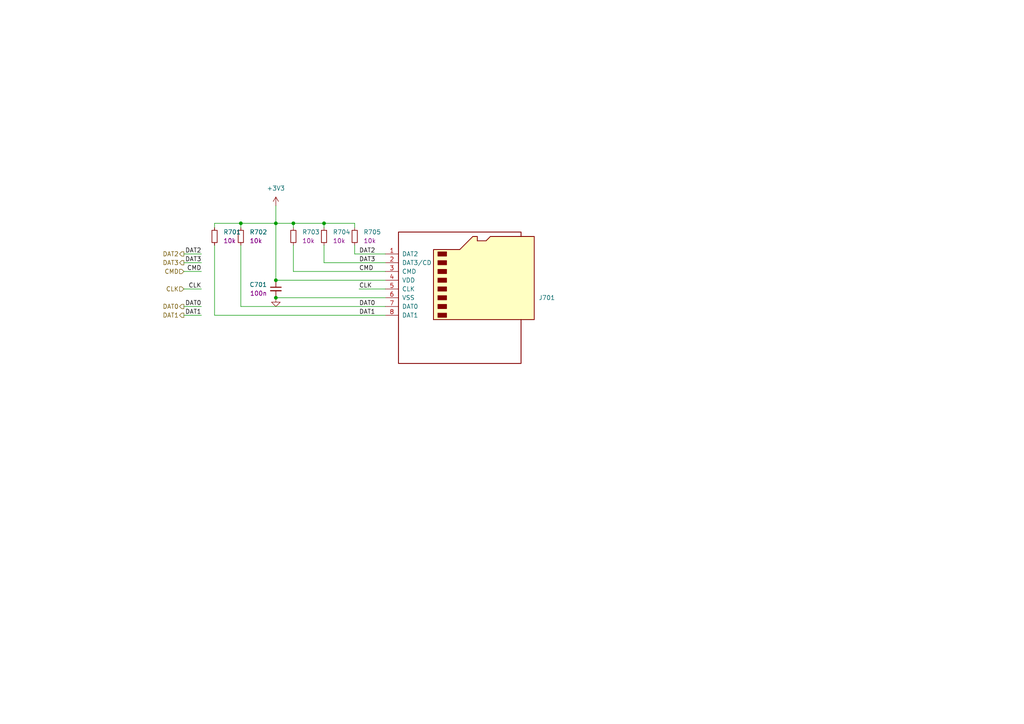
<source format=kicad_sch>
(kicad_sch (version 20211123) (generator eeschema)
  (paper "A4")
  (title_block (title "GD32 Development Board") (date "2023-01-07") (rev "1") (company "Connor Rigby"))
  (lib_symbols
    (symbol "BOM:C_0402_100n" (pin_numbers hide) (pin_names (offset 0.254) hide)
      (property "Reference" "C" (at 0.254 1.778 0))
      (property "Capicatance" "100n" (at 3.81 -2.54 0))
      (symbol "C_0402_100n_0_1"
        (polyline (pts (xy -1.524 -0.508) (xy 1.524 -0.508)) (stroke (width 0.3302)))
        (polyline (pts (xy -1.524 0.508) (xy 1.524 0.508)) (stroke (width 0.3048)))
      )
      (symbol "C_0402_100n_1_1"
        (pin passive line (at 0 2.54 270) (length 2.032) (name "~") (number "1"))
        (pin passive line (at 0 -2.54 90) (length 2.032) (name "~") (number "2"))
      )
    )
    (symbol "BOM:J_Micro_SD_Card" (pin_names (offset 1.016))
      (property "Reference" "J" (at -16.51 15.24 0))
      (symbol "J_Micro_SD_Card_0_1"
        (rectangle (start -7.62 -9.525) (end -5.08 -10.795) (fill (type outline)))
        (rectangle (start -7.62 -6.985) (end -5.08 -8.255) (fill (type outline)))
        (rectangle (start -7.62 -4.445) (end -5.08 -5.715) (fill (type outline)))
        (rectangle (start -7.62 -1.905) (end -5.08 -3.175) (fill (type outline)))
        (rectangle (start -7.62 0.635) (end -5.08 -0.635) (fill (type outline)))
        (rectangle (start -7.62 3.175) (end -5.08 1.905) (fill (type outline)))
        (rectangle (start -7.62 5.715) (end -5.08 4.445) (fill (type outline)))
        (rectangle (start -7.62 8.255) (end -5.08 6.985) (fill (type outline)))
        (polyline (pts (xy 16.51 12.7) (xy 16.51 13.97) (xy -19.05 13.97) (xy -19.05 -24.13) (xy 16.51 -24.13) (xy 16.51 -11.43)) (stroke (width 0.254)))
        (polyline (pts (xy -8.89 -11.43) (xy -8.89 8.89) (xy -1.27 8.89) (xy 2.54 12.7) (xy 3.81 12.7) (xy 3.81 11.43) (xy 6.35 11.43) (xy 7.62 12.7) (xy 20.32 12.7) (xy 20.32 -11.43) (xy -8.89 -11.43)) (stroke (width 0.254)) (fill (type background)))
      )
      (symbol "J_Micro_SD_Card_1_1"
        (pin bidirectional line (at -22.86 7.62 0) (length 3.81) (name "DAT2") (number "1"))
        (pin bidirectional line (at -22.86 5.08 0) (length 3.81) (name "DAT3/CD") (number "2"))
        (pin input line (at -22.86 2.54 0) (length 3.81) (name "CMD") (number "3"))
        (pin power_in line (at -22.86 0 0) (length 3.81) (name "VDD") (number "4"))
        (pin input line (at -22.86 -2.54 0) (length 3.81) (name "CLK") (number "5"))
        (pin power_in line (at -22.86 -5.08 0) (length 3.81) (name "VSS") (number "6"))
        (pin bidirectional line (at -22.86 -7.62 0) (length 3.81) (name "DAT0") (number "7"))
        (pin bidirectional line (at -22.86 -10.16 0) (length 3.81) (name "DAT1") (number "8"))
        (pin no_connect line (at 20.32 -22.86 180) (length 3.81) hide (name "SHIELD") (number "MP"))
        (pin no_connect line (at 20.32 -20.32 180) (length 3.81) hide (name "SHIELD") (number "MP"))
        (pin no_connect line (at 20.32 -17.78 180) (length 3.81) hide (name "SHIELD") (number "MP"))
        (pin no_connect line (at 20.32 -15.24 180) (length 3.81) hide (name "SHIELD") (number "MP"))
      )
    )
    (symbol "BOM:R_0402_10k" (pin_numbers hide) (pin_names (offset 0.254) hide)
      (property "Reference" "R" (at 0.762 0.508 0))
      (property "Resistance" "10k" (at 3.81 -1.27 0))
      (symbol "R_0402_10k_0_1"
        (rectangle (start -0.762 1.778) (end 0.762 -1.778) (stroke (width 0.2032)))
      )
      (symbol "R_0402_10k_1_1"
        (pin passive line (at 0 2.54 270) (length 0.762) (name "~") (number "1"))
        (pin passive line (at 0 -2.54 90) (length 0.762) (name "~") (number "2"))
      )
    )
    (symbol "power:+3V3" (power) (pin_names (offset 0))
      (property "Value" "+3V3" (at 0 3.556 0))
      (symbol "+3V3_0_1"
        (polyline (pts (xy -0.762 1.27) (xy 0 2.54)))
        (polyline (pts (xy 0 0) (xy 0 2.54)))
        (polyline (pts (xy 0 2.54) (xy 0.762 1.27)))
      )
      (symbol "+3V3_1_1"
        (pin power_in line (at 0 0 90) (length 0) hide (name "+3V3") (number "1"))
      )
    )
    (symbol "power:GND" (power) (pin_names (offset 0))
      (property "Value" "GND" (at 0 -3.81 0))
      (symbol "GND_0_1"
        (polyline (pts (xy 0 0) (xy 0 -1.27) (xy 1.27 -1.27) (xy 0 -2.54) (xy -1.27 -1.27) (xy 0 -1.27)))
      )
      (symbol "GND_1_1"
        (pin power_in line (at 0 0 270) (length 0) hide (name "GND") (number "1"))
      )
    )
  )
  (junction (at 85.09 64.77))
  (junction (at 80.01 64.77))
  (junction (at 93.98 64.77))
  (junction (at 80.01 86.36))
  (junction (at 80.01 81.28))
  (junction (at 69.85 64.77))
  (wire (pts (xy 93.98 64.77) (xy 93.98 66.04)))
  (wire (pts (xy 104.14 83.82) (xy 111.76 83.82)))
  (wire (pts (xy 111.76 73.66) (xy 102.87 73.66)))
  (wire (pts (xy 80.01 64.77) (xy 85.09 64.77)))
  (wire (pts (xy 111.76 88.9) (xy 69.85 88.9)))
  (wire (pts (xy 80.01 86.36) (xy 111.76 86.36)))
  (wire (pts (xy 53.34 76.2) (xy 58.42 76.2)))
  (wire (pts (xy 53.34 91.44) (xy 58.42 91.44)))
  (wire (pts (xy 102.87 73.66) (xy 102.87 71.12)))
  (wire (pts (xy 69.85 64.77) (xy 80.01 64.77)))
  (wire (pts (xy 111.76 78.74) (xy 85.09 78.74)))
  (wire (pts (xy 85.09 78.74) (xy 85.09 71.12)))
  (wire (pts (xy 80.01 59.69) (xy 80.01 64.77)))
  (wire (pts (xy 53.34 83.82) (xy 58.42 83.82)))
  (wire (pts (xy 111.76 76.2) (xy 93.98 76.2)))
  (wire (pts (xy 62.23 71.12) (xy 62.23 91.44)))
  (wire (pts (xy 80.01 64.77) (xy 80.01 81.28)))
  (wire (pts (xy 53.34 88.9) (xy 58.42 88.9)))
  (wire (pts (xy 85.09 66.04) (xy 85.09 64.77)))
  (wire (pts (xy 69.85 66.04) (xy 69.85 64.77)))
  (wire (pts (xy 102.87 64.77) (xy 93.98 64.77)))
  (wire (pts (xy 102.87 66.04) (xy 102.87 64.77)))
  (wire (pts (xy 69.85 88.9) (xy 69.85 71.12)))
  (wire (pts (xy 62.23 91.44) (xy 111.76 91.44)))
  (wire (pts (xy 93.98 76.2) (xy 93.98 71.12)))
  (wire (pts (xy 80.01 81.28) (xy 111.76 81.28)))
  (wire (pts (xy 85.09 64.77) (xy 93.98 64.77)))
  (wire (pts (xy 62.23 66.04) (xy 62.23 64.77)))
  (wire (pts (xy 62.23 64.77) (xy 69.85 64.77)))
  (wire (pts (xy 53.34 73.66) (xy 58.42 73.66)))
  (wire (pts (xy 53.34 78.74) (xy 58.42 78.74)))
  (label "CLK" (at 58.42 83.82 180))
  (label "CMD" (at 58.42 78.74 180))
  (label "CMD" (at 104.14 78.74 0))
  (label "CLK" (at 104.14 83.82 0))
  (label "DAT0" (at 104.14 88.9 0))
  (label "DAT3" (at 58.42 76.2 180))
  (label "DAT0" (at 58.42 88.9 180))
  (label "DAT1" (at 58.42 91.44 180))
  (label "DAT2" (at 58.42 73.66 180))
  (label "DAT2" (at 104.14 73.66 0))
  (label "DAT3" (at 104.14 76.2 0))
  (label "DAT1" (at 104.14 91.44 0))
  (hierarchical_label "DAT1" (shape output) (at 53.34 91.44 180))
  (hierarchical_label "DAT0" (shape output) (at 53.34 88.9 180))
  (hierarchical_label "CLK" (shape input) (at 53.34 83.82 180))
  (hierarchical_label "CMD" (shape input) (at 53.34 78.74 180))
  (hierarchical_label "DAT2" (shape output) (at 53.34 73.66 180))
  (hierarchical_label "DAT3" (shape output) (at 53.34 76.2 180))
  (symbol (lib_id "BOM:R_0402_10k") (at 85.09 68.58 0) (unit 1)
    (property "Reference" "R703" (at 87.63 67.3099 0) (effects (justify left)))
    (property "Value" "R_0402_10k" (effects hide))
    (property "Footprint" "Resistor_SMD:R_0402_1005Metric" (effects hide))
    (property "Resistance" "10k" (at 87.63 69.8499 0) (effects (justify left)))
    (property "LCSC" "C25086" (effects hide))
    (property "MPN" "0402WGF100KTCE" (effects hide))
  )
  (symbol (lib_id "power:+3V3") (at 80.01 59.69 0) (unit 1)
    (property "Reference" "#PWR0701" (effects hide))
    (property "Value" "+3V3" (at 80.01 54.61 0))
  )
  (symbol (lib_id "BOM:R_0402_10k") (at 93.98 68.58 0) (unit 1)
    (property "Reference" "R704" (at 96.52 67.3099 0) (effects (justify left)))
    (property "Value" "R_0402_10k" (effects hide))
    (property "Footprint" "Resistor_SMD:R_0402_1005Metric" (effects hide))
    (property "Resistance" "10k" (at 96.52 69.8499 0) (effects (justify left)))
    (property "LCSC" "C25086" (effects hide))
    (property "MPN" "0402WGF100KTCE" (effects hide))
  )
  (symbol (lib_id "BOM:C_0402_100n") (at 80.01 83.82 0) (unit 1)
    (property "Reference" "C701" (at 77.47 82.5562 0) (effects (justify right)))
    (property "Value" "C_0402_100n" (effects hide))
    (property "Footprint" "Capacitor_SMD:C_0402_1005Metric" (effects hide))
    (property "Datasheet" "https://datasheet.lcsc.com/lcsc/1810191219_Samsung-Electro-Mechanics-CL05B104KO5NNNC_C1525.pdf" (effects hide))
    (property "Capicatance" "100n" (at 77.47 85.0962 0) (effects (justify right)))
    (property "LCSC" "C1525" (effects hide))
    (property "MPN" "CL05B104KO5NNNC" (effects hide))
  )
  (symbol (lib_id "BOM:R_0402_10k") (at 62.23 68.58 0) (unit 1)
    (property "Reference" "R701" (at 64.77 67.3099 0) (effects (justify left)))
    (property "Value" "R_0402_10k" (effects hide))
    (property "Footprint" "Resistor_SMD:R_0402_1005Metric" (effects hide))
    (property "Resistance" "10k" (at 64.77 69.8499 0) (effects (justify left)))
    (property "LCSC" "C25086" (effects hide))
    (property "MPN" "0402WGF100KTCE" (effects hide))
  )
  (symbol (lib_id "power:GND") (at 80.01 86.36 0) (unit 1)
    (property "Reference" "#PWR0103" (effects hide))
    (property "Value" "GND" (effects hide))
  )
  (symbol (lib_id "BOM:R_0402_10k") (at 102.87 68.58 0) (unit 1)
    (property "Reference" "R705" (at 105.41 67.3099 0) (effects (justify left)))
    (property "Value" "R_0402_10k" (effects hide))
    (property "Footprint" "Resistor_SMD:R_0402_1005Metric" (effects hide))
    (property "Resistance" "10k" (at 105.41 69.8499 0) (effects (justify left)))
    (property "LCSC" "C25086" (effects hide))
    (property "MPN" "0402WGF100KTCE" (effects hide))
  )
  (symbol (lib_id "BOM:R_0402_10k") (at 69.85 68.58 0) (unit 1)
    (property "Reference" "R702" (at 72.39 67.3099 0) (effects (justify left)))
    (property "Value" "R_0402_10k" (effects hide))
    (property "Footprint" "Resistor_SMD:R_0402_1005Metric" (effects hide))
    (property "Resistance" "10k" (at 72.39 69.8499 0) (effects (justify left)))
    (property "LCSC" "C25086" (effects hide))
    (property "MPN" "0402WGF100KTCE" (effects hide))
  )
  (symbol (lib_id "BOM:J_Micro_SD_Card") (at 134.62 81.28 0) (unit 1)
    (property "Reference" "J701" (at 156.21 86.3599 0) (effects (justify left)))
    (property "Value" "J_Micro_SD_Card" (effects hide))
    (property "Footprint" "BOM:GCT_MEM2067-02-180-00-A_REVB" (effects hide))
    (property "Datasheet" "http://katalog.we-online.de/em/datasheet/693072010801.pdf" (effects hide))
    (property "MPN" "MEM2067-02-180-00-A" (effects hide))
    (property "Digikey" "2073-MEM2067-02-180-00-ACT-ND" (effects hide))
    (property "LCSC" "C5124832" (effects hide))
  )
)
</source>
